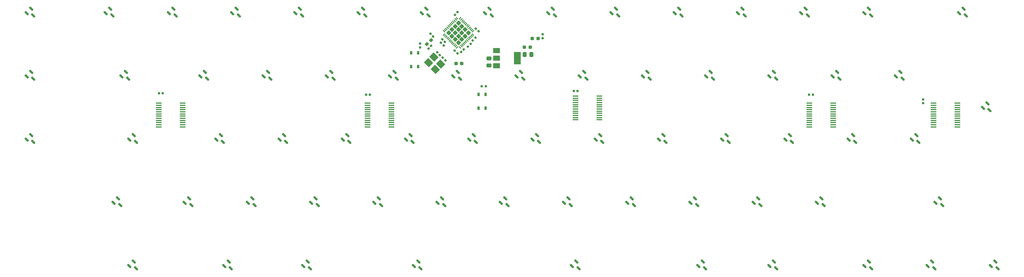
<source format=gbr>
%TF.GenerationSoftware,KiCad,Pcbnew,7.0.7*%
%TF.CreationDate,2023-11-08T12:28:34+01:00*%
%TF.ProjectId,macrolev,6d616372-6f6c-4657-962e-6b696361645f,1.0*%
%TF.SameCoordinates,Original*%
%TF.FileFunction,Paste,Bot*%
%TF.FilePolarity,Positive*%
%FSLAX46Y46*%
G04 Gerber Fmt 4.6, Leading zero omitted, Abs format (unit mm)*
G04 Created by KiCad (PCBNEW 7.0.7) date 2023-11-08 12:28:34*
%MOMM*%
%LPD*%
G01*
G04 APERTURE LIST*
G04 Aperture macros list*
%AMRoundRect*
0 Rectangle with rounded corners*
0 $1 Rounding radius*
0 $2 $3 $4 $5 $6 $7 $8 $9 X,Y pos of 4 corners*
0 Add a 4 corners polygon primitive as box body*
4,1,4,$2,$3,$4,$5,$6,$7,$8,$9,$2,$3,0*
0 Add four circle primitives for the rounded corners*
1,1,$1+$1,$2,$3*
1,1,$1+$1,$4,$5*
1,1,$1+$1,$6,$7*
1,1,$1+$1,$8,$9*
0 Add four rect primitives between the rounded corners*
20,1,$1+$1,$2,$3,$4,$5,0*
20,1,$1+$1,$4,$5,$6,$7,0*
20,1,$1+$1,$6,$7,$8,$9,0*
20,1,$1+$1,$8,$9,$2,$3,0*%
%AMRotRect*
0 Rectangle, with rotation*
0 The origin of the aperture is its center*
0 $1 length*
0 $2 width*
0 $3 Rotation angle, in degrees counterclockwise*
0 Add horizontal line*
21,1,$1,$2,0,0,$3*%
G04 Aperture macros list end*
%ADD10RoundRect,0.150000X-0.521491X0.309359X0.309359X-0.521491X0.521491X-0.309359X-0.309359X0.521491X0*%
%ADD11RoundRect,0.155000X0.155000X-0.212500X0.155000X0.212500X-0.155000X0.212500X-0.155000X-0.212500X0*%
%ADD12RoundRect,0.237500X0.300000X0.237500X-0.300000X0.237500X-0.300000X-0.237500X0.300000X-0.237500X0*%
%ADD13RoundRect,0.155000X-0.212500X-0.155000X0.212500X-0.155000X0.212500X0.155000X-0.212500X0.155000X0*%
%ADD14RoundRect,0.155000X0.259862X-0.040659X-0.040659X0.259862X-0.259862X0.040659X0.040659X-0.259862X0*%
%ADD15RoundRect,0.250000X-0.475000X0.337500X-0.475000X-0.337500X0.475000X-0.337500X0.475000X0.337500X0*%
%ADD16RoundRect,0.155000X-0.259862X0.040659X0.040659X-0.259862X0.259862X-0.040659X-0.040659X0.259862X0*%
%ADD17RoundRect,0.160000X-0.197500X-0.160000X0.197500X-0.160000X0.197500X0.160000X-0.197500X0.160000X0*%
%ADD18RoundRect,0.155000X-0.040659X-0.259862X0.259862X0.040659X0.040659X0.259862X-0.259862X-0.040659X0*%
%ADD19RoundRect,0.160000X-0.026517X-0.252791X0.252791X0.026517X0.026517X0.252791X-0.252791X-0.026517X0*%
%ADD20R,2.000000X1.500000*%
%ADD21R,2.000000X3.800000*%
%ADD22RoundRect,0.155000X0.040659X0.259862X-0.259862X-0.040659X-0.040659X-0.259862X0.259862X0.040659X0*%
%ADD23RoundRect,0.160000X0.026517X0.252791X-0.252791X-0.026517X-0.026517X-0.252791X0.252791X0.026517X0*%
%ADD24RoundRect,0.237500X0.287500X0.237500X-0.287500X0.237500X-0.287500X-0.237500X0.287500X-0.237500X0*%
%ADD25R,1.750000X0.450000*%
%ADD26R,0.650000X1.050000*%
%ADD27RoundRect,0.250000X-0.337500X-0.475000X0.337500X-0.475000X0.337500X0.475000X-0.337500X0.475000X0*%
%ADD28RoundRect,0.155000X0.212500X0.155000X-0.212500X0.155000X-0.212500X-0.155000X0.212500X-0.155000X0*%
%ADD29RoundRect,0.237500X0.035355X0.371231X-0.371231X-0.035355X-0.035355X-0.371231X0.371231X0.035355X0*%
%ADD30RotRect,2.100000X1.800000X135.000000*%
%ADD31RoundRect,0.160000X0.160000X-0.197500X0.160000X0.197500X-0.160000X0.197500X-0.160000X-0.197500X0*%
%ADD32RoundRect,0.250000X0.000000X-0.445477X0.445477X0.000000X0.000000X0.445477X-0.445477X0.000000X0*%
%ADD33RoundRect,0.062500X-0.220971X-0.309359X0.309359X0.220971X0.220971X0.309359X-0.309359X-0.220971X0*%
%ADD34RoundRect,0.062500X0.220971X-0.309359X0.309359X-0.220971X-0.220971X0.309359X-0.309359X0.220971X0*%
%ADD35RoundRect,0.160000X-0.160000X0.197500X-0.160000X-0.197500X0.160000X-0.197500X0.160000X0.197500X0*%
G04 APERTURE END LIST*
D10*
%TO.C,U36*%
X152965336Y-78108839D03*
X154308839Y-76765336D03*
X154962913Y-78762913D03*
%TD*%
D11*
%TO.C,C16*%
X308800000Y-67117500D03*
X308800000Y-65982500D03*
%TD*%
D10*
%TO.C,U62*%
X202971586Y-116208839D03*
X204315089Y-114865336D03*
X204969163Y-116862913D03*
%TD*%
%TO.C,U42*%
X267265336Y-78108839D03*
X268608839Y-76765336D03*
X269262913Y-78762913D03*
%TD*%
%TO.C,U48*%
X124390336Y-97158839D03*
X125733839Y-95815336D03*
X126387913Y-97812913D03*
%TD*%
%TO.C,U45*%
X64859086Y-97158839D03*
X66202589Y-95815336D03*
X66856663Y-97812913D03*
%TD*%
D12*
%TO.C,C1*%
X169750000Y-55175000D03*
X168025000Y-55175000D03*
%TD*%
D10*
%TO.C,U50*%
X162490336Y-97158839D03*
X163833839Y-95815336D03*
X164487913Y-97812913D03*
%TD*%
%TO.C,U2*%
X62477836Y-40008839D03*
X63821339Y-38665336D03*
X64475413Y-40662913D03*
%TD*%
%TO.C,U58*%
X69621586Y-116208839D03*
X70965089Y-114865336D03*
X71619163Y-116862913D03*
%TD*%
%TO.C,U29*%
X300602836Y-59058839D03*
X301946339Y-57715336D03*
X302600413Y-59712913D03*
%TD*%
%TO.C,U23*%
X186302836Y-59058839D03*
X187646339Y-57715336D03*
X188300413Y-59712913D03*
%TD*%
%TO.C,U59*%
X98196586Y-116208839D03*
X99540089Y-114865336D03*
X100194163Y-116862913D03*
%TD*%
%TO.C,U22*%
X167252836Y-59058839D03*
X168596339Y-57715336D03*
X169250413Y-59712913D03*
%TD*%
D13*
%TO.C,C17*%
X78532500Y-64150000D03*
X79667500Y-64150000D03*
%TD*%
D10*
%TO.C,U18*%
X91052836Y-59058839D03*
X92396339Y-57715336D03*
X93050413Y-59712913D03*
%TD*%
D14*
%TO.C,C13*%
X163191968Y-52602145D03*
X162389402Y-51799579D03*
%TD*%
D10*
%TO.C,U21*%
X148202836Y-59058839D03*
X149546339Y-57715336D03*
X150200413Y-59712913D03*
%TD*%
D15*
%TO.C,C11*%
X177925000Y-53690832D03*
X177925000Y-55765832D03*
%TD*%
D10*
%TO.C,U28*%
X281552836Y-59058839D03*
X282896339Y-57715336D03*
X283550413Y-59712913D03*
%TD*%
%TO.C,U43*%
X286315336Y-78108839D03*
X287658839Y-76765336D03*
X288312913Y-78762913D03*
%TD*%
%TO.C,U60*%
X122009086Y-116208839D03*
X123352589Y-114865336D03*
X124006663Y-116862913D03*
%TD*%
D16*
%TO.C,C2*%
X167656255Y-51301586D03*
X168458821Y-52104152D03*
%TD*%
D10*
%TO.C,U51*%
X181540336Y-97158839D03*
X182883839Y-95815336D03*
X183537913Y-97812913D03*
%TD*%
%TO.C,U55*%
X257740336Y-97158839D03*
X259083839Y-95815336D03*
X259737913Y-97812913D03*
%TD*%
%TO.C,U30*%
X326796586Y-68583839D03*
X328140089Y-67240336D03*
X328794163Y-69237913D03*
%TD*%
%TO.C,U8*%
X176777836Y-40008839D03*
X178121339Y-38665336D03*
X178775413Y-40662913D03*
%TD*%
D17*
%TO.C,R4*%
X175802500Y-62075000D03*
X176997500Y-62075000D03*
%TD*%
D10*
%TO.C,U1*%
X38665336Y-40008839D03*
X40008839Y-38665336D03*
X40662913Y-40662913D03*
%TD*%
%TO.C,U61*%
X155346586Y-116208839D03*
X156690089Y-114865336D03*
X157344163Y-116862913D03*
%TD*%
D13*
%TO.C,C15*%
X274432500Y-64550000D03*
X275567500Y-64550000D03*
%TD*%
D10*
%TO.C,U27*%
X262502836Y-59058839D03*
X263846339Y-57715336D03*
X264500413Y-59712913D03*
%TD*%
%TO.C,U19*%
X110102836Y-59058839D03*
X111446339Y-57715336D03*
X112100413Y-59712913D03*
%TD*%
%TO.C,U5*%
X119627836Y-40008839D03*
X120971339Y-38665336D03*
X121625413Y-40662913D03*
%TD*%
%TO.C,U47*%
X105340336Y-97158839D03*
X106683839Y-95815336D03*
X107337913Y-97812913D03*
%TD*%
%TO.C,U34*%
X114865336Y-78108839D03*
X116208839Y-76765336D03*
X116862913Y-78762913D03*
%TD*%
%TO.C,U66*%
X310127836Y-116208839D03*
X311471339Y-114865336D03*
X312125413Y-116862913D03*
%TD*%
%TO.C,U26*%
X243452836Y-59058839D03*
X244796339Y-57715336D03*
X245450413Y-59712913D03*
%TD*%
D18*
%TO.C,C3*%
X169562749Y-51709411D03*
X170365315Y-50906845D03*
%TD*%
D19*
%TO.C,R2*%
X171627501Y-50068923D03*
X172472493Y-49223931D03*
%TD*%
D10*
%TO.C,U6*%
X138677836Y-40008839D03*
X140021339Y-38665336D03*
X140675413Y-40662913D03*
%TD*%
%TO.C,U64*%
X262502836Y-116208839D03*
X263846339Y-114865336D03*
X264500413Y-116862913D03*
%TD*%
D20*
%TO.C,U68*%
X180225000Y-55850000D03*
X180225000Y-53550000D03*
D21*
X186525000Y-53550000D03*
D20*
X180225000Y-51250000D03*
%TD*%
D16*
%TO.C,C6*%
X163873234Y-47872118D03*
X164675800Y-48674684D03*
%TD*%
D22*
%TO.C,C8*%
X160550000Y-49875000D03*
X159747434Y-50677566D03*
%TD*%
D23*
%TO.C,R1*%
X173886707Y-47385454D03*
X173041715Y-48230446D03*
%TD*%
D10*
%TO.C,U56*%
X276790336Y-97158839D03*
X278133839Y-95815336D03*
X278787913Y-97812913D03*
%TD*%
%TO.C,U63*%
X241071586Y-116208839D03*
X242415089Y-114865336D03*
X243069163Y-116862913D03*
%TD*%
D24*
%TO.C,FB2*%
X190375000Y-50250000D03*
X188625000Y-50250000D03*
%TD*%
D10*
%TO.C,U20*%
X129152836Y-59058839D03*
X130496339Y-57715336D03*
X131150413Y-59712913D03*
%TD*%
%TO.C,U7*%
X157727836Y-40008839D03*
X159071339Y-38665336D03*
X159725413Y-40662913D03*
%TD*%
D25*
%TO.C,AMUX4*%
X319082500Y-67140000D03*
X319082500Y-67790000D03*
X319082500Y-68440000D03*
X319082500Y-69090000D03*
X319082500Y-69740000D03*
X319082500Y-70390000D03*
X319082500Y-71040000D03*
X319082500Y-71690000D03*
X319082500Y-72340000D03*
X319082500Y-72990000D03*
X319082500Y-73640000D03*
X319082500Y-74290000D03*
X311882500Y-74290000D03*
X311882500Y-73640000D03*
X311882500Y-72990000D03*
X311882500Y-72340000D03*
X311882500Y-71690000D03*
X311882500Y-71040000D03*
X311882500Y-70390000D03*
X311882500Y-69740000D03*
X311882500Y-69090000D03*
X311882500Y-68440000D03*
X311882500Y-67790000D03*
X311882500Y-67140000D03*
%TD*%
D10*
%TO.C,U52*%
X200590336Y-97158839D03*
X201933839Y-95815336D03*
X202587913Y-97812913D03*
%TD*%
%TO.C,U14*%
X291077836Y-40008839D03*
X292421339Y-38665336D03*
X293075413Y-40662913D03*
%TD*%
%TO.C,U33*%
X95815336Y-78108839D03*
X97158839Y-76765336D03*
X97812913Y-78762913D03*
%TD*%
%TO.C,U44*%
X305365336Y-78108839D03*
X306708839Y-76765336D03*
X307362913Y-78762913D03*
%TD*%
D25*
%TO.C,AMUX3*%
X281725000Y-67140000D03*
X281725000Y-67790000D03*
X281725000Y-68440000D03*
X281725000Y-69090000D03*
X281725000Y-69740000D03*
X281725000Y-70390000D03*
X281725000Y-71040000D03*
X281725000Y-71690000D03*
X281725000Y-72340000D03*
X281725000Y-72990000D03*
X281725000Y-73640000D03*
X281725000Y-74290000D03*
X274525000Y-74290000D03*
X274525000Y-73640000D03*
X274525000Y-72990000D03*
X274525000Y-72340000D03*
X274525000Y-71690000D03*
X274525000Y-71040000D03*
X274525000Y-70390000D03*
X274525000Y-69740000D03*
X274525000Y-69090000D03*
X274525000Y-68440000D03*
X274525000Y-67790000D03*
X274525000Y-67140000D03*
%TD*%
D10*
%TO.C,U16*%
X38665336Y-59058839D03*
X40008839Y-57715336D03*
X40662913Y-59712913D03*
%TD*%
D26*
%TO.C,SW2*%
X174800000Y-64475000D03*
X174800000Y-68625000D03*
X176950000Y-64475000D03*
X176950000Y-68625000D03*
%TD*%
D10*
%TO.C,U12*%
X252977836Y-40008839D03*
X254321339Y-38665336D03*
X254975413Y-40662913D03*
%TD*%
D27*
%TO.C,C10*%
X188687500Y-52450000D03*
X190762500Y-52450000D03*
%TD*%
D10*
%TO.C,U38*%
X191065336Y-78108839D03*
X192408839Y-76765336D03*
X193062913Y-78762913D03*
%TD*%
D28*
%TO.C,C14*%
X204667500Y-63500000D03*
X203532500Y-63500000D03*
%TD*%
D10*
%TO.C,U54*%
X238690336Y-97158839D03*
X240033839Y-95815336D03*
X240687913Y-97812913D03*
%TD*%
%TO.C,U49*%
X143440336Y-97158839D03*
X144783839Y-95815336D03*
X145437913Y-97812913D03*
%TD*%
%TO.C,U9*%
X195827836Y-40008839D03*
X197171339Y-38665336D03*
X197825413Y-40662913D03*
%TD*%
D24*
%TO.C,D1*%
X192775000Y-47600000D03*
X191025000Y-47600000D03*
%TD*%
D10*
%TO.C,U37*%
X172015336Y-78108839D03*
X173358839Y-76765336D03*
X174012913Y-78762913D03*
%TD*%
D22*
%TO.C,C5*%
X168526283Y-39723717D03*
X167723717Y-40526283D03*
%TD*%
D29*
%TO.C,FB1*%
X160493718Y-48131282D03*
X159256282Y-49368718D03*
%TD*%
D10*
%TO.C,U3*%
X81527836Y-40008839D03*
X82871339Y-38665336D03*
X83525413Y-40662913D03*
%TD*%
%TO.C,U25*%
X224402836Y-59058839D03*
X225746339Y-57715336D03*
X226400413Y-59712913D03*
%TD*%
D14*
%TO.C,C9*%
X164307178Y-49752493D03*
X163504612Y-48949927D03*
%TD*%
D10*
%TO.C,U39*%
X210115336Y-78108839D03*
X211458839Y-76765336D03*
X212112913Y-78762913D03*
%TD*%
%TO.C,U46*%
X86290336Y-97158839D03*
X87633839Y-95815336D03*
X88287913Y-97812913D03*
%TD*%
%TO.C,U57*%
X312509086Y-97158839D03*
X313852589Y-95815336D03*
X314506663Y-97812913D03*
%TD*%
%TO.C,U17*%
X67240336Y-59058839D03*
X68583839Y-57715336D03*
X69237913Y-59712913D03*
%TD*%
%TO.C,U10*%
X214877836Y-40008839D03*
X216221339Y-38665336D03*
X216875413Y-40662913D03*
%TD*%
%TO.C,U31*%
X38665336Y-78108839D03*
X40008839Y-76765336D03*
X40662913Y-78762913D03*
%TD*%
%TO.C,U65*%
X291077836Y-116208839D03*
X292421339Y-114865336D03*
X293075413Y-116862913D03*
%TD*%
%TO.C,U13*%
X272027836Y-40008839D03*
X273371339Y-38665336D03*
X274025413Y-40662913D03*
%TD*%
D14*
%TO.C,C7*%
X161151283Y-47026283D03*
X160348717Y-46223717D03*
%TD*%
D26*
%TO.C,SW1*%
X154475000Y-51975000D03*
X154475000Y-56125000D03*
X156625000Y-51975000D03*
X156625000Y-56125000D03*
%TD*%
D30*
%TO.C,Y1*%
X161800736Y-56938478D03*
X159750126Y-54887868D03*
X161376472Y-53261522D03*
X163427082Y-55312132D03*
%TD*%
D10*
%TO.C,U40*%
X229165336Y-78108839D03*
X230508839Y-76765336D03*
X231162913Y-78762913D03*
%TD*%
D31*
%TO.C,R5*%
X194100000Y-47597500D03*
X194100000Y-46402500D03*
%TD*%
D10*
%TO.C,U35*%
X133915336Y-78108839D03*
X135258839Y-76765336D03*
X135912913Y-78762913D03*
%TD*%
%TO.C,U15*%
X319652836Y-40008839D03*
X320996339Y-38665336D03*
X321650413Y-40662913D03*
%TD*%
%TO.C,U11*%
X233927836Y-40008839D03*
X235271339Y-38665336D03*
X235925413Y-40662913D03*
%TD*%
D25*
%TO.C,AMUX0*%
X85720000Y-67140000D03*
X85720000Y-67790000D03*
X85720000Y-68440000D03*
X85720000Y-69090000D03*
X85720000Y-69740000D03*
X85720000Y-70390000D03*
X85720000Y-71040000D03*
X85720000Y-71690000D03*
X85720000Y-72340000D03*
X85720000Y-72990000D03*
X85720000Y-73640000D03*
X85720000Y-74290000D03*
X78520000Y-74290000D03*
X78520000Y-73640000D03*
X78520000Y-72990000D03*
X78520000Y-72340000D03*
X78520000Y-71690000D03*
X78520000Y-71040000D03*
X78520000Y-70390000D03*
X78520000Y-69740000D03*
X78520000Y-69090000D03*
X78520000Y-68440000D03*
X78520000Y-67790000D03*
X78520000Y-67140000D03*
%TD*%
D10*
%TO.C,U4*%
X100577836Y-40008839D03*
X101921339Y-38665336D03*
X102575413Y-40662913D03*
%TD*%
D25*
%TO.C,AMUX2*%
X211240000Y-65000000D03*
X211240000Y-65650000D03*
X211240000Y-66300000D03*
X211240000Y-66950000D03*
X211240000Y-67600000D03*
X211240000Y-68250000D03*
X211240000Y-68900000D03*
X211240000Y-69550000D03*
X211240000Y-70200000D03*
X211240000Y-70850000D03*
X211240000Y-71500000D03*
X211240000Y-72150000D03*
X204040000Y-72150000D03*
X204040000Y-71500000D03*
X204040000Y-70850000D03*
X204040000Y-70200000D03*
X204040000Y-69550000D03*
X204040000Y-68900000D03*
X204040000Y-68250000D03*
X204040000Y-67600000D03*
X204040000Y-66950000D03*
X204040000Y-66300000D03*
X204040000Y-65650000D03*
X204040000Y-65000000D03*
%TD*%
D32*
%TO.C,U69*%
X165830152Y-45939949D03*
X166820101Y-46929898D03*
X167810051Y-47919848D03*
X168800000Y-48909797D03*
X166820101Y-44950000D03*
X167810051Y-45939949D03*
X168800000Y-46929898D03*
X169789949Y-47919848D03*
X167810051Y-43960050D03*
X168800000Y-44950000D03*
X169789949Y-45939949D03*
X170779899Y-46929898D03*
X168800000Y-42970101D03*
X169789949Y-43960050D03*
X170779899Y-44950000D03*
X171769848Y-45939949D03*
D33*
X168313864Y-50315172D03*
X167960311Y-49961619D03*
X167606757Y-49608065D03*
X167253204Y-49254512D03*
X166899651Y-48900959D03*
X166546097Y-48547405D03*
X166192544Y-48193852D03*
X165838990Y-47840298D03*
X165485437Y-47486745D03*
X165131884Y-47133192D03*
X164778330Y-46779638D03*
X164424777Y-46426085D03*
D34*
X164424777Y-45453813D03*
X164778330Y-45100260D03*
X165131884Y-44746706D03*
X165485437Y-44393153D03*
X165838990Y-44039600D03*
X166192544Y-43686046D03*
X166546097Y-43332493D03*
X166899651Y-42978939D03*
X167253204Y-42625386D03*
X167606757Y-42271833D03*
X167960311Y-41918279D03*
X168313864Y-41564726D03*
D33*
X169286136Y-41564726D03*
X169639689Y-41918279D03*
X169993243Y-42271833D03*
X170346796Y-42625386D03*
X170700349Y-42978939D03*
X171053903Y-43332493D03*
X171407456Y-43686046D03*
X171761010Y-44039600D03*
X172114563Y-44393153D03*
X172468116Y-44746706D03*
X172821670Y-45100260D03*
X173175223Y-45453813D03*
D34*
X173175223Y-46426085D03*
X172821670Y-46779638D03*
X172468116Y-47133192D03*
X172114563Y-47486745D03*
X171761010Y-47840298D03*
X171407456Y-48193852D03*
X171053903Y-48547405D03*
X170700349Y-48900959D03*
X170346796Y-49254512D03*
X169993243Y-49608065D03*
X169639689Y-49961619D03*
X169286136Y-50315172D03*
%TD*%
D35*
%TO.C,R3*%
X157200000Y-49152500D03*
X157200000Y-50347500D03*
%TD*%
D10*
%TO.C,U24*%
X205352836Y-59058839D03*
X206696339Y-57715336D03*
X207350413Y-59712913D03*
%TD*%
%TO.C,U41*%
X248215336Y-78108839D03*
X249558839Y-76765336D03*
X250212913Y-78762913D03*
%TD*%
D16*
%TO.C,C12*%
X164015748Y-53425925D03*
X164818314Y-54228491D03*
%TD*%
D10*
%TO.C,U67*%
X329177836Y-116208839D03*
X330521339Y-114865336D03*
X331175413Y-116862913D03*
%TD*%
D25*
%TO.C,AMUX1*%
X148585000Y-67140000D03*
X148585000Y-67790000D03*
X148585000Y-68440000D03*
X148585000Y-69090000D03*
X148585000Y-69740000D03*
X148585000Y-70390000D03*
X148585000Y-71040000D03*
X148585000Y-71690000D03*
X148585000Y-72340000D03*
X148585000Y-72990000D03*
X148585000Y-73640000D03*
X148585000Y-74290000D03*
X141385000Y-74290000D03*
X141385000Y-73640000D03*
X141385000Y-72990000D03*
X141385000Y-72340000D03*
X141385000Y-71690000D03*
X141385000Y-71040000D03*
X141385000Y-70390000D03*
X141385000Y-69740000D03*
X141385000Y-69090000D03*
X141385000Y-68440000D03*
X141385000Y-67790000D03*
X141385000Y-67140000D03*
%TD*%
D13*
%TO.C,C18*%
X140932500Y-64600000D03*
X142067500Y-64600000D03*
%TD*%
D14*
%TO.C,C4*%
X174801283Y-45451283D03*
X173998717Y-44648717D03*
%TD*%
D10*
%TO.C,U53*%
X219640336Y-97158839D03*
X220983839Y-95815336D03*
X221637913Y-97812913D03*
%TD*%
%TO.C,U32*%
X69621586Y-78108839D03*
X70965089Y-76765336D03*
X71619163Y-78762913D03*
%TD*%
M02*

</source>
